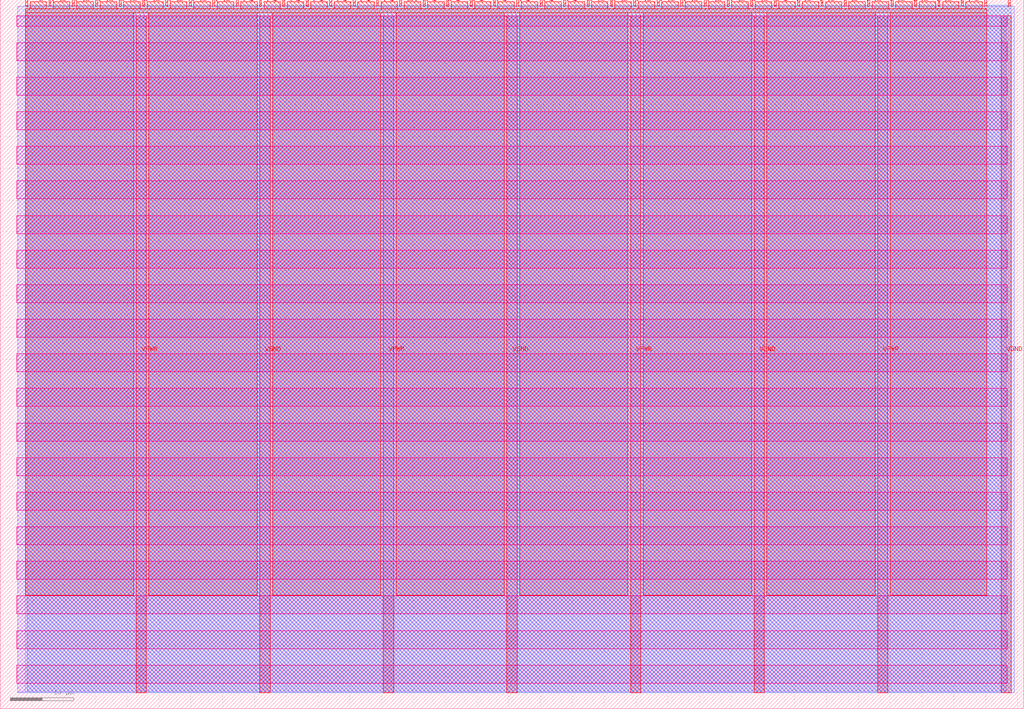
<source format=lef>
VERSION 5.7 ;
  NOWIREEXTENSIONATPIN ON ;
  DIVIDERCHAR "/" ;
  BUSBITCHARS "[]" ;
MACRO tt_um_fountaincoder_top
  CLASS BLOCK ;
  FOREIGN tt_um_fountaincoder_top ;
  ORIGIN 0.000 0.000 ;
  SIZE 161.000 BY 111.520 ;
  PIN VGND
    DIRECTION INOUT ;
    USE GROUND ;
    PORT
      LAYER met4 ;
        RECT 40.830 2.480 42.430 109.040 ;
    END
    PORT
      LAYER met4 ;
        RECT 79.700 2.480 81.300 109.040 ;
    END
    PORT
      LAYER met4 ;
        RECT 118.570 2.480 120.170 109.040 ;
    END
    PORT
      LAYER met4 ;
        RECT 157.440 2.480 159.040 109.040 ;
    END
  END VGND
  PIN VPWR
    DIRECTION INOUT ;
    USE POWER ;
    PORT
      LAYER met4 ;
        RECT 21.395 2.480 22.995 109.040 ;
    END
    PORT
      LAYER met4 ;
        RECT 60.265 2.480 61.865 109.040 ;
    END
    PORT
      LAYER met4 ;
        RECT 99.135 2.480 100.735 109.040 ;
    END
    PORT
      LAYER met4 ;
        RECT 138.005 2.480 139.605 109.040 ;
    END
  END VPWR
  PIN clk
    DIRECTION INPUT ;
    USE SIGNAL ;
    ANTENNAGATEAREA 0.852000 ;
    PORT
      LAYER met4 ;
        RECT 154.870 110.520 155.170 111.520 ;
    END
  END clk
  PIN ena
    DIRECTION INPUT ;
    USE SIGNAL ;
    PORT
      LAYER met4 ;
        RECT 158.550 110.520 158.850 111.520 ;
    END
  END ena
  PIN rst_n
    DIRECTION INPUT ;
    USE SIGNAL ;
    ANTENNAGATEAREA 0.196500 ;
    PORT
      LAYER met4 ;
        RECT 151.190 110.520 151.490 111.520 ;
    END
  END rst_n
  PIN ui_in[0]
    DIRECTION INPUT ;
    USE SIGNAL ;
    ANTENNAGATEAREA 0.196500 ;
    PORT
      LAYER met4 ;
        RECT 147.510 110.520 147.810 111.520 ;
    END
  END ui_in[0]
  PIN ui_in[1]
    DIRECTION INPUT ;
    USE SIGNAL ;
    ANTENNAGATEAREA 0.196500 ;
    PORT
      LAYER met4 ;
        RECT 143.830 110.520 144.130 111.520 ;
    END
  END ui_in[1]
  PIN ui_in[2]
    DIRECTION INPUT ;
    USE SIGNAL ;
    ANTENNAGATEAREA 0.213000 ;
    PORT
      LAYER met4 ;
        RECT 140.150 110.520 140.450 111.520 ;
    END
  END ui_in[2]
  PIN ui_in[3]
    DIRECTION INPUT ;
    USE SIGNAL ;
    ANTENNAGATEAREA 0.213000 ;
    PORT
      LAYER met4 ;
        RECT 136.470 110.520 136.770 111.520 ;
    END
  END ui_in[3]
  PIN ui_in[4]
    DIRECTION INPUT ;
    USE SIGNAL ;
    ANTENNAGATEAREA 0.126000 ;
    PORT
      LAYER met4 ;
        RECT 132.790 110.520 133.090 111.520 ;
    END
  END ui_in[4]
  PIN ui_in[5]
    DIRECTION INPUT ;
    USE SIGNAL ;
    ANTENNAGATEAREA 0.213000 ;
    PORT
      LAYER met4 ;
        RECT 129.110 110.520 129.410 111.520 ;
    END
  END ui_in[5]
  PIN ui_in[6]
    DIRECTION INPUT ;
    USE SIGNAL ;
    ANTENNAGATEAREA 0.126000 ;
    PORT
      LAYER met4 ;
        RECT 125.430 110.520 125.730 111.520 ;
    END
  END ui_in[6]
  PIN ui_in[7]
    DIRECTION INPUT ;
    USE SIGNAL ;
    ANTENNAGATEAREA 0.213000 ;
    PORT
      LAYER met4 ;
        RECT 121.750 110.520 122.050 111.520 ;
    END
  END ui_in[7]
  PIN uio_in[0]
    DIRECTION INPUT ;
    USE SIGNAL ;
    ANTENNAGATEAREA 0.213000 ;
    PORT
      LAYER met4 ;
        RECT 118.070 110.520 118.370 111.520 ;
    END
  END uio_in[0]
  PIN uio_in[1]
    DIRECTION INPUT ;
    USE SIGNAL ;
    ANTENNAGATEAREA 0.213000 ;
    PORT
      LAYER met4 ;
        RECT 114.390 110.520 114.690 111.520 ;
    END
  END uio_in[1]
  PIN uio_in[2]
    DIRECTION INPUT ;
    USE SIGNAL ;
    ANTENNAGATEAREA 0.196500 ;
    PORT
      LAYER met4 ;
        RECT 110.710 110.520 111.010 111.520 ;
    END
  END uio_in[2]
  PIN uio_in[3]
    DIRECTION INPUT ;
    USE SIGNAL ;
    ANTENNAGATEAREA 0.196500 ;
    PORT
      LAYER met4 ;
        RECT 107.030 110.520 107.330 111.520 ;
    END
  END uio_in[3]
  PIN uio_in[4]
    DIRECTION INPUT ;
    USE SIGNAL ;
    PORT
      LAYER met4 ;
        RECT 103.350 110.520 103.650 111.520 ;
    END
  END uio_in[4]
  PIN uio_in[5]
    DIRECTION INPUT ;
    USE SIGNAL ;
    PORT
      LAYER met4 ;
        RECT 99.670 110.520 99.970 111.520 ;
    END
  END uio_in[5]
  PIN uio_in[6]
    DIRECTION INPUT ;
    USE SIGNAL ;
    PORT
      LAYER met4 ;
        RECT 95.990 110.520 96.290 111.520 ;
    END
  END uio_in[6]
  PIN uio_in[7]
    DIRECTION INPUT ;
    USE SIGNAL ;
    PORT
      LAYER met4 ;
        RECT 92.310 110.520 92.610 111.520 ;
    END
  END uio_in[7]
  PIN uio_oe[0]
    DIRECTION OUTPUT TRISTATE ;
    USE SIGNAL ;
    PORT
      LAYER met4 ;
        RECT 29.750 110.520 30.050 111.520 ;
    END
  END uio_oe[0]
  PIN uio_oe[1]
    DIRECTION OUTPUT TRISTATE ;
    USE SIGNAL ;
    PORT
      LAYER met4 ;
        RECT 26.070 110.520 26.370 111.520 ;
    END
  END uio_oe[1]
  PIN uio_oe[2]
    DIRECTION OUTPUT TRISTATE ;
    USE SIGNAL ;
    PORT
      LAYER met4 ;
        RECT 22.390 110.520 22.690 111.520 ;
    END
  END uio_oe[2]
  PIN uio_oe[3]
    DIRECTION OUTPUT TRISTATE ;
    USE SIGNAL ;
    PORT
      LAYER met4 ;
        RECT 18.710 110.520 19.010 111.520 ;
    END
  END uio_oe[3]
  PIN uio_oe[4]
    DIRECTION OUTPUT TRISTATE ;
    USE SIGNAL ;
    PORT
      LAYER met4 ;
        RECT 15.030 110.520 15.330 111.520 ;
    END
  END uio_oe[4]
  PIN uio_oe[5]
    DIRECTION OUTPUT TRISTATE ;
    USE SIGNAL ;
    PORT
      LAYER met4 ;
        RECT 11.350 110.520 11.650 111.520 ;
    END
  END uio_oe[5]
  PIN uio_oe[6]
    DIRECTION OUTPUT TRISTATE ;
    USE SIGNAL ;
    PORT
      LAYER met4 ;
        RECT 7.670 110.520 7.970 111.520 ;
    END
  END uio_oe[6]
  PIN uio_oe[7]
    DIRECTION OUTPUT TRISTATE ;
    USE SIGNAL ;
    PORT
      LAYER met4 ;
        RECT 3.990 110.520 4.290 111.520 ;
    END
  END uio_oe[7]
  PIN uio_out[0]
    DIRECTION OUTPUT TRISTATE ;
    USE SIGNAL ;
    PORT
      LAYER met4 ;
        RECT 59.190 110.520 59.490 111.520 ;
    END
  END uio_out[0]
  PIN uio_out[1]
    DIRECTION OUTPUT TRISTATE ;
    USE SIGNAL ;
    PORT
      LAYER met4 ;
        RECT 55.510 110.520 55.810 111.520 ;
    END
  END uio_out[1]
  PIN uio_out[2]
    DIRECTION OUTPUT TRISTATE ;
    USE SIGNAL ;
    PORT
      LAYER met4 ;
        RECT 51.830 110.520 52.130 111.520 ;
    END
  END uio_out[2]
  PIN uio_out[3]
    DIRECTION OUTPUT TRISTATE ;
    USE SIGNAL ;
    PORT
      LAYER met4 ;
        RECT 48.150 110.520 48.450 111.520 ;
    END
  END uio_out[3]
  PIN uio_out[4]
    DIRECTION OUTPUT TRISTATE ;
    USE SIGNAL ;
    ANTENNADIFFAREA 0.445500 ;
    PORT
      LAYER met4 ;
        RECT 44.470 110.520 44.770 111.520 ;
    END
  END uio_out[4]
  PIN uio_out[5]
    DIRECTION OUTPUT TRISTATE ;
    USE SIGNAL ;
    PORT
      LAYER met4 ;
        RECT 40.790 110.520 41.090 111.520 ;
    END
  END uio_out[5]
  PIN uio_out[6]
    DIRECTION OUTPUT TRISTATE ;
    USE SIGNAL ;
    PORT
      LAYER met4 ;
        RECT 37.110 110.520 37.410 111.520 ;
    END
  END uio_out[6]
  PIN uio_out[7]
    DIRECTION OUTPUT TRISTATE ;
    USE SIGNAL ;
    PORT
      LAYER met4 ;
        RECT 33.430 110.520 33.730 111.520 ;
    END
  END uio_out[7]
  PIN uo_out[0]
    DIRECTION OUTPUT TRISTATE ;
    USE SIGNAL ;
    ANTENNAGATEAREA 0.247500 ;
    ANTENNADIFFAREA 0.891000 ;
    PORT
      LAYER met4 ;
        RECT 88.630 110.520 88.930 111.520 ;
    END
  END uo_out[0]
  PIN uo_out[1]
    DIRECTION OUTPUT TRISTATE ;
    USE SIGNAL ;
    ANTENNAGATEAREA 0.126000 ;
    ANTENNADIFFAREA 0.445500 ;
    PORT
      LAYER met4 ;
        RECT 84.950 110.520 85.250 111.520 ;
    END
  END uo_out[1]
  PIN uo_out[2]
    DIRECTION OUTPUT TRISTATE ;
    USE SIGNAL ;
    ANTENNAGATEAREA 0.247500 ;
    ANTENNADIFFAREA 0.445500 ;
    PORT
      LAYER met4 ;
        RECT 81.270 110.520 81.570 111.520 ;
    END
  END uo_out[2]
  PIN uo_out[3]
    DIRECTION OUTPUT TRISTATE ;
    USE SIGNAL ;
    ANTENNAGATEAREA 0.247500 ;
    ANTENNADIFFAREA 0.891000 ;
    PORT
      LAYER met4 ;
        RECT 77.590 110.520 77.890 111.520 ;
    END
  END uo_out[3]
  PIN uo_out[4]
    DIRECTION OUTPUT TRISTATE ;
    USE SIGNAL ;
    ANTENNAGATEAREA 0.247500 ;
    ANTENNADIFFAREA 0.891000 ;
    PORT
      LAYER met4 ;
        RECT 73.910 110.520 74.210 111.520 ;
    END
  END uo_out[4]
  PIN uo_out[5]
    DIRECTION OUTPUT TRISTATE ;
    USE SIGNAL ;
    ANTENNAGATEAREA 0.247500 ;
    ANTENNADIFFAREA 0.891000 ;
    PORT
      LAYER met4 ;
        RECT 70.230 110.520 70.530 111.520 ;
    END
  END uo_out[5]
  PIN uo_out[6]
    DIRECTION OUTPUT TRISTATE ;
    USE SIGNAL ;
    ANTENNAGATEAREA 0.247500 ;
    ANTENNADIFFAREA 0.891000 ;
    PORT
      LAYER met4 ;
        RECT 66.550 110.520 66.850 111.520 ;
    END
  END uo_out[6]
  PIN uo_out[7]
    DIRECTION OUTPUT TRISTATE ;
    USE SIGNAL ;
    ANTENNAGATEAREA 0.247500 ;
    ANTENNADIFFAREA 0.891000 ;
    PORT
      LAYER met4 ;
        RECT 62.870 110.520 63.170 111.520 ;
    END
  END uo_out[7]
  OBS
      LAYER nwell ;
        RECT 2.570 107.385 158.430 108.990 ;
        RECT 2.570 101.945 158.430 104.775 ;
        RECT 2.570 96.505 158.430 99.335 ;
        RECT 2.570 91.065 158.430 93.895 ;
        RECT 2.570 85.625 158.430 88.455 ;
        RECT 2.570 80.185 158.430 83.015 ;
        RECT 2.570 74.745 158.430 77.575 ;
        RECT 2.570 69.305 158.430 72.135 ;
        RECT 2.570 63.865 158.430 66.695 ;
        RECT 2.570 58.425 158.430 61.255 ;
        RECT 2.570 52.985 158.430 55.815 ;
        RECT 2.570 47.545 158.430 50.375 ;
        RECT 2.570 42.105 158.430 44.935 ;
        RECT 2.570 36.665 158.430 39.495 ;
        RECT 2.570 31.225 158.430 34.055 ;
        RECT 2.570 25.785 158.430 28.615 ;
        RECT 2.570 20.345 158.430 23.175 ;
        RECT 2.570 14.905 158.430 17.735 ;
        RECT 2.570 9.465 158.430 12.295 ;
        RECT 2.570 4.025 158.430 6.855 ;
      LAYER li1 ;
        RECT 2.760 2.635 158.240 108.885 ;
      LAYER met1 ;
        RECT 2.760 2.480 159.460 110.460 ;
      LAYER met2 ;
        RECT 4.230 2.535 159.010 110.685 ;
      LAYER met3 ;
        RECT 3.950 2.555 159.030 110.665 ;
      LAYER met4 ;
        RECT 4.690 110.120 7.270 111.170 ;
        RECT 8.370 110.120 10.950 111.170 ;
        RECT 12.050 110.120 14.630 111.170 ;
        RECT 15.730 110.120 18.310 111.170 ;
        RECT 19.410 110.120 21.990 111.170 ;
        RECT 23.090 110.120 25.670 111.170 ;
        RECT 26.770 110.120 29.350 111.170 ;
        RECT 30.450 110.120 33.030 111.170 ;
        RECT 34.130 110.120 36.710 111.170 ;
        RECT 37.810 110.120 40.390 111.170 ;
        RECT 41.490 110.120 44.070 111.170 ;
        RECT 45.170 110.120 47.750 111.170 ;
        RECT 48.850 110.120 51.430 111.170 ;
        RECT 52.530 110.120 55.110 111.170 ;
        RECT 56.210 110.120 58.790 111.170 ;
        RECT 59.890 110.120 62.470 111.170 ;
        RECT 63.570 110.120 66.150 111.170 ;
        RECT 67.250 110.120 69.830 111.170 ;
        RECT 70.930 110.120 73.510 111.170 ;
        RECT 74.610 110.120 77.190 111.170 ;
        RECT 78.290 110.120 80.870 111.170 ;
        RECT 81.970 110.120 84.550 111.170 ;
        RECT 85.650 110.120 88.230 111.170 ;
        RECT 89.330 110.120 91.910 111.170 ;
        RECT 93.010 110.120 95.590 111.170 ;
        RECT 96.690 110.120 99.270 111.170 ;
        RECT 100.370 110.120 102.950 111.170 ;
        RECT 104.050 110.120 106.630 111.170 ;
        RECT 107.730 110.120 110.310 111.170 ;
        RECT 111.410 110.120 113.990 111.170 ;
        RECT 115.090 110.120 117.670 111.170 ;
        RECT 118.770 110.120 121.350 111.170 ;
        RECT 122.450 110.120 125.030 111.170 ;
        RECT 126.130 110.120 128.710 111.170 ;
        RECT 129.810 110.120 132.390 111.170 ;
        RECT 133.490 110.120 136.070 111.170 ;
        RECT 137.170 110.120 139.750 111.170 ;
        RECT 140.850 110.120 143.430 111.170 ;
        RECT 144.530 110.120 147.110 111.170 ;
        RECT 148.210 110.120 150.790 111.170 ;
        RECT 151.890 110.120 154.470 111.170 ;
        RECT 3.975 109.440 155.185 110.120 ;
        RECT 3.975 17.855 20.995 109.440 ;
        RECT 23.395 17.855 40.430 109.440 ;
        RECT 42.830 17.855 59.865 109.440 ;
        RECT 62.265 17.855 79.300 109.440 ;
        RECT 81.700 17.855 98.735 109.440 ;
        RECT 101.135 17.855 118.170 109.440 ;
        RECT 120.570 17.855 137.605 109.440 ;
        RECT 140.005 17.855 155.185 109.440 ;
  END
END tt_um_fountaincoder_top
END LIBRARY


</source>
